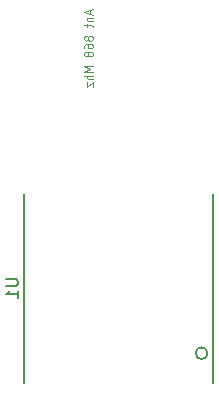
<source format=gbr>
%TF.GenerationSoftware,KiCad,Pcbnew,(5.1.6)-1*%
%TF.CreationDate,2020-08-14T19:02:09+02:00*%
%TF.ProjectId,ESP32-S2-WROOM,45535033-322d-4533-922d-57524f4f4d2e,1.2*%
%TF.SameCoordinates,Original*%
%TF.FileFunction,Legend,Bot*%
%TF.FilePolarity,Positive*%
%FSLAX46Y46*%
G04 Gerber Fmt 4.6, Leading zero omitted, Abs format (unit mm)*
G04 Created by KiCad (PCBNEW (5.1.6)-1) date 2020-08-14 19:02:09*
%MOMM*%
%LPD*%
G01*
G04 APERTURE LIST*
%ADD10C,0.150000*%
%ADD11C,0.100000*%
G04 APERTURE END LIST*
D10*
%TO.C,U1*%
X104020000Y-95670000D02*
G75*
G03*
X104020000Y-95670000I-500000J0D01*
G01*
X88520000Y-98170000D02*
X88520000Y-82170000D01*
X104520000Y-98170000D02*
X104520000Y-82170000D01*
%TO.C,Ant 868 Mhz*%
D11*
X94096666Y-66633333D02*
X94096666Y-66966666D01*
X94296666Y-66566666D02*
X93596666Y-66800000D01*
X94296666Y-67033333D01*
X93830000Y-67266666D02*
X94296666Y-67266666D01*
X93896666Y-67266666D02*
X93863333Y-67300000D01*
X93830000Y-67366666D01*
X93830000Y-67466666D01*
X93863333Y-67533333D01*
X93930000Y-67566666D01*
X94296666Y-67566666D01*
X93830000Y-67800000D02*
X93830000Y-68066666D01*
X93596666Y-67900000D02*
X94196666Y-67900000D01*
X94263333Y-67933333D01*
X94296666Y-68000000D01*
X94296666Y-68066666D01*
X93896666Y-68933333D02*
X93863333Y-68866666D01*
X93830000Y-68833333D01*
X93763333Y-68800000D01*
X93730000Y-68800000D01*
X93663333Y-68833333D01*
X93630000Y-68866666D01*
X93596666Y-68933333D01*
X93596666Y-69066666D01*
X93630000Y-69133333D01*
X93663333Y-69166666D01*
X93730000Y-69200000D01*
X93763333Y-69200000D01*
X93830000Y-69166666D01*
X93863333Y-69133333D01*
X93896666Y-69066666D01*
X93896666Y-68933333D01*
X93930000Y-68866666D01*
X93963333Y-68833333D01*
X94030000Y-68800000D01*
X94163333Y-68800000D01*
X94230000Y-68833333D01*
X94263333Y-68866666D01*
X94296666Y-68933333D01*
X94296666Y-69066666D01*
X94263333Y-69133333D01*
X94230000Y-69166666D01*
X94163333Y-69200000D01*
X94030000Y-69200000D01*
X93963333Y-69166666D01*
X93930000Y-69133333D01*
X93896666Y-69066666D01*
X93596666Y-69800000D02*
X93596666Y-69666666D01*
X93630000Y-69600000D01*
X93663333Y-69566666D01*
X93763333Y-69500000D01*
X93896666Y-69466666D01*
X94163333Y-69466666D01*
X94230000Y-69500000D01*
X94263333Y-69533333D01*
X94296666Y-69600000D01*
X94296666Y-69733333D01*
X94263333Y-69800000D01*
X94230000Y-69833333D01*
X94163333Y-69866666D01*
X93996666Y-69866666D01*
X93930000Y-69833333D01*
X93896666Y-69800000D01*
X93863333Y-69733333D01*
X93863333Y-69600000D01*
X93896666Y-69533333D01*
X93930000Y-69500000D01*
X93996666Y-69466666D01*
X93896666Y-70266666D02*
X93863333Y-70200000D01*
X93830000Y-70166666D01*
X93763333Y-70133333D01*
X93730000Y-70133333D01*
X93663333Y-70166666D01*
X93630000Y-70200000D01*
X93596666Y-70266666D01*
X93596666Y-70400000D01*
X93630000Y-70466666D01*
X93663333Y-70500000D01*
X93730000Y-70533333D01*
X93763333Y-70533333D01*
X93830000Y-70500000D01*
X93863333Y-70466666D01*
X93896666Y-70400000D01*
X93896666Y-70266666D01*
X93930000Y-70200000D01*
X93963333Y-70166666D01*
X94030000Y-70133333D01*
X94163333Y-70133333D01*
X94230000Y-70166666D01*
X94263333Y-70200000D01*
X94296666Y-70266666D01*
X94296666Y-70400000D01*
X94263333Y-70466666D01*
X94230000Y-70500000D01*
X94163333Y-70533333D01*
X94030000Y-70533333D01*
X93963333Y-70500000D01*
X93930000Y-70466666D01*
X93896666Y-70400000D01*
X94296666Y-71366666D02*
X93596666Y-71366666D01*
X94096666Y-71600000D01*
X93596666Y-71833333D01*
X94296666Y-71833333D01*
X94296666Y-72166666D02*
X93596666Y-72166666D01*
X94296666Y-72466666D02*
X93930000Y-72466666D01*
X93863333Y-72433333D01*
X93830000Y-72366666D01*
X93830000Y-72266666D01*
X93863333Y-72200000D01*
X93896666Y-72166666D01*
X93830000Y-72733333D02*
X93830000Y-73100000D01*
X94296666Y-72733333D01*
X94296666Y-73100000D01*
%TO.C,U1*%
D10*
X86972380Y-89408095D02*
X87781904Y-89408095D01*
X87877142Y-89455714D01*
X87924761Y-89503333D01*
X87972380Y-89598571D01*
X87972380Y-89789047D01*
X87924761Y-89884285D01*
X87877142Y-89931904D01*
X87781904Y-89979523D01*
X86972380Y-89979523D01*
X87972380Y-90979523D02*
X87972380Y-90408095D01*
X87972380Y-90693809D02*
X86972380Y-90693809D01*
X87115238Y-90598571D01*
X87210476Y-90503333D01*
X87258095Y-90408095D01*
%TD*%
M02*

</source>
